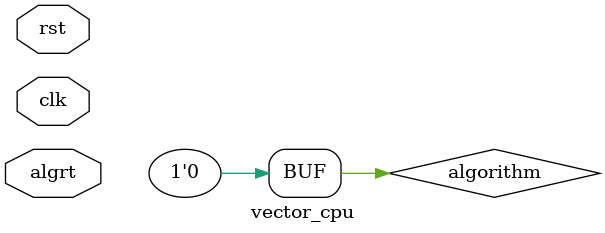
<source format=sv>
module vector_cpu(clk, rst, algrt);

input logic clk, rst, algrt;

logic wr_pxl_wb, wr_pos_wb, wr_mul_reg_wb, wr_mul_pos_wb;
logic [31:0] r1_wb, r2_wb, r3_wb, r4_wb, load1_wb, load2_wb, load3_wb, load4_wb;


logic wr_pxl, wr_pos, wr_mul_reg, alu_func, wr_wom, wr_mul_pos_out;
logic [31:0] pix_out1, pix_out2, pix_out3, pix_out4,
						cte_out1, cte_out2, cte_out3, cte_out4,
						mul_out1, mul_out2, mul_out3, mul_out4, mul_out5, mul_out6, mul_out7, mul_out8,
						i, j, n, wom_addr;

logic [31:0] instr, instr_out;

IF fetch(clk, rst, instr);

pipeFetchDecode pipeIFID(clk, rst, instr, instr_out);

Decode decode(clk, rst, instr_out, 
			  wr_pos_wb, wr_pxl_wb, wr_mul_reg_wb,  
			  load1_wb, load2_wb,  load3_wb,  load4_wb,
			  r1_wb, r2_wb, r3_wb, r4_wb, wr_mul_pos_wb,
			  			  
			  wr_pxl, wr_pos, wr_mul_reg, alu_func, wr_wom,
			  pix_out1, pix_out2, pix_out3, pix_out4,
			  cte_out1, cte_out2, cte_out3, cte_out4,
			  mul_out1, mul_out2, mul_out3, mul_out4, mul_out5, mul_out6, mul_out7, mul_out8,
			  i, j, n, wom_addr, wr_mul_pos_out);

logic wr_pxl_pipe, wr_pos_pipe, wr_mul_reg_pipe, wr_wom_pipe, wr_mul_pos_pipe;
logic [31:0] i_pipe, j_pipe, n_pipe, wom_addr_pipe;

logic alu_func_pipe;
logic [31:0] pix1_pipe, pix2_pipe, pix3_pipe, pix4_pipe,
						cte1_pipe, cte2_pipe, cte3_pipe, cte4_pipe,
						mul1_pipe, mul2_pipe, mul3_pipe, mul4_pipe, mul5_pipe, mul6_pipe, mul7_pipe, mul8_pipe;
						

pipeDecodeExe pipeIDEXE(clk, rst, 
					wr_pxl, wr_pos, wr_mul_reg, alu_func, wr_wom,
					pix_out1, pix_out2, pix_out3, pix_out4,
					cte_out1, cte_out2, cte_out3, cte_out4,
					mul_out1, mul_out2, mul_out3, mul_out4, mul_out5, mul_out6, mul_out7, mul_out8,
					i, j, n, wom_addr, wr_mul_pos_out,

					wr_pxl_pipe, wr_pos_pipe, wr_mul_reg_pipe, alu_func_pipe, wr_wom_pipe,
					pix1_pipe, pix2_pipe, pix3_pipe, pix4_pipe,
					cte1_pipe, cte2_pipe, cte3_pipe, cte4_pipe,
					mul1_pipe, mul2_pipe, mul3_pipe, mul4_pipe, mul5_pipe, mul6_pipe, mul7_pipe, mul8_pipe,
					i_pipe, j_pipe, n_pipe, wom_addr_pipe, wr_mul_pos_pipe);
					
logic [31:0] r1, r2, r3, r4;

Execution exec(clk, alu_func_pipe, 
				  cte1_pipe, cte2_pipe, cte3_pipe, cte4_pipe,
				  pix1_pipe, pix2_pipe, pix3_pipe, pix4_pipe,
				  mul1_pipe, mul2_pipe, mul3_pipe, mul4_pipe, mul5_pipe, mul6_pipe, mul7_pipe, mul8_pipe,
				
				  r1, r2, r3, r4);

logic wr_wom_pipe_out;
logic wr_pxl_pipe_out, wr_pos_pipe_out, wr_mul_reg_pipe_out, wr_mul_pos_pipe_out;
logic [31:0] i_pipe_out, j_pipe_out, n_pipe_out, wom_addr_pipe_out;
logic [31:0] r1_pipe_out, r2_pipe_out, r3_pipe_out, r4_pipe_out; 

pipeExeMem pipeEXEMEM(clk, rst, 
					wr_pxl_pipe, wr_pos_pipe, wr_mul_reg_pipe, wr_wom_pipe,
					i_pipe, j_pipe, n_pipe, wom_addr_pipe, wr_mul_pos_pipe,
					r1, r2, r3, r4,
					
					wr_pxl_pipe_out, wr_pos_pipe_out, wr_mul_reg_pipe_out, wr_wom_pipe_out,
					i_pipe_out, j_pipe_out, n_pipe_out, wom_addr_pipe_out, wr_mul_pos_pipe_out,
					r1_pipe_out, r2_pipe_out, r3_pipe_out, r4_pipe_out
					);


logic algorithm = 0;

logic [31:0] sumr1, sumr2, sumr3, sumr4;
logic [31:0] load1, load2, load3, load4;


Memory mem(clk, wr_wom_pipe_out, i_pipe_out, j_pipe_out, n_pipe_out, wom_addr_pipe_out, algorithm,
				  r1_pipe_out, r2_pipe_out, r3_pipe_out, r4_pipe_out,
				  
				  load1, load2, load3, load4,
				  sumr1, sumr2, sumr3, sumr4);



pipeMemWb pipeMEMWB(clk, rst, 
					wr_pxl_pipe_out, wr_pos_pipe_out, wr_mul_reg_pipe, wr_mul_pos_pipe,
					r1_pipe_out, r2_pipe_out, r3_pipe_out, r4_pipe_out,
					load1, load2, load3, load4,
					
					wr_pxl_wb, wr_pos_wb, wr_mul_reg_wb, wr_mul_pos_wb,
					r1_wb, r2_wb, r3_wb, r4_wb,
					load1_wb, load2_wb,  load3_wb,  load4_wb);

endmodule 

</source>
